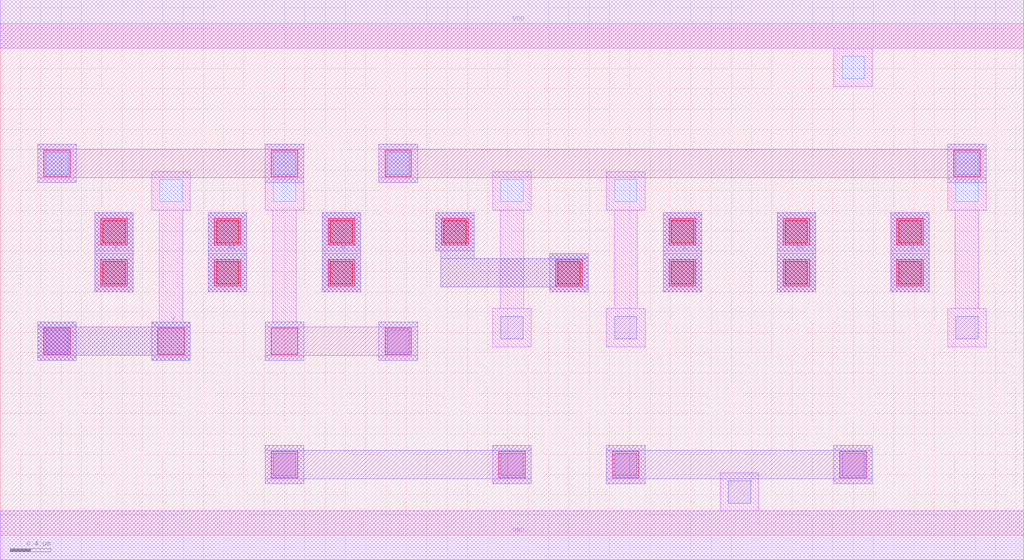
<source format=lef>
MACRO AOAOOAI21112
 CLASS CORE ;
 FOREIGN AOAOOAI21112 0 0 ;
 SIZE 10.08 BY 5.04 ;
 ORIGIN 0 0 ;
 SYMMETRY X Y R90 ;
 SITE unit ;
  PIN VDD
   DIRECTION INOUT ;
   USE POWER ;
   SHAPE ABUTMENT ;
    PORT
     CLASS CORE ;
       LAYER met1 ;
        RECT 0.00000000 4.80000000 10.08000000 5.28000000 ;
    END
  END VDD

  PIN GND
   DIRECTION INOUT ;
   USE POWER ;
   SHAPE ABUTMENT ;
    PORT
     CLASS CORE ;
       LAYER met1 ;
        RECT 0.00000000 -0.24000000 10.08000000 0.24000000 ;
    END
  END GND

  PIN Y
   DIRECTION INOUT ;
   USE SIGNAL ;
   SHAPE ABUTMENT ;
    PORT
     CLASS CORE ;
       LAYER met2 ;
        RECT 0.37000000 1.72200000 0.75000000 1.77200000 ;
        RECT 1.49000000 1.72200000 1.87000000 1.77200000 ;
        RECT 0.37000000 1.77200000 1.87000000 2.05200000 ;
        RECT 0.37000000 2.05200000 0.75000000 2.10200000 ;
        RECT 1.49000000 2.05200000 1.87000000 2.10200000 ;
    END
  END Y

  PIN A1
   DIRECTION INOUT ;
   USE SIGNAL ;
   SHAPE ABUTMENT ;
    PORT
     CLASS CORE ;
       LAYER met2 ;
        RECT 2.05000000 2.39700000 2.43000000 3.18200000 ;
    END
  END A1

  PIN B
   DIRECTION INOUT ;
   USE SIGNAL ;
   SHAPE ABUTMENT ;
    PORT
     CLASS CORE ;
       LAYER met2 ;
        RECT 3.17000000 2.39700000 3.55000000 3.18200000 ;
    END
  END B

  PIN D
   DIRECTION INOUT ;
   USE SIGNAL ;
   SHAPE ABUTMENT ;
    PORT
     CLASS CORE ;
       LAYER met2 ;
        RECT 8.77000000 2.39700000 9.15000000 3.18200000 ;
    END
  END D

  PIN A
   DIRECTION INOUT ;
   USE SIGNAL ;
   SHAPE ABUTMENT ;
    PORT
     CLASS CORE ;
       LAYER met2 ;
        RECT 0.93000000 2.39700000 1.31000000 3.18200000 ;
    END
  END A

  PIN E
   DIRECTION INOUT ;
   USE SIGNAL ;
   SHAPE ABUTMENT ;
    PORT
     CLASS CORE ;
       LAYER met2 ;
        RECT 6.53000000 2.39700000 6.91000000 3.18200000 ;
    END
  END E

  PIN E1
   DIRECTION INOUT ;
   USE SIGNAL ;
   SHAPE ABUTMENT ;
    PORT
     CLASS CORE ;
       LAYER met2 ;
        RECT 7.65000000 2.39700000 8.03000000 3.18200000 ;
    END
  END E1

  PIN C
   DIRECTION INOUT ;
   USE SIGNAL ;
   SHAPE ABUTMENT ;
    PORT
     CLASS CORE ;
       LAYER met2 ;
        RECT 5.41000000 2.39700000 5.79000000 2.44700000 ;
        RECT 4.34000000 2.44700000 5.79000000 2.72700000 ;
        RECT 5.41000000 2.72700000 5.79000000 2.77700000 ;
        RECT 4.34000000 2.72700000 4.67000000 2.80200000 ;
        RECT 4.29000000 2.80200000 4.67000000 3.18200000 ;
    END
  END C

 OBS
    LAYER polycont ;
     RECT 1.01000000 2.47700000 1.23000000 2.69700000 ;
     RECT 2.13000000 2.47700000 2.35000000 2.69700000 ;
     RECT 3.25000000 2.47700000 3.47000000 2.69700000 ;
     RECT 5.49000000 2.47700000 5.71000000 2.69700000 ;
     RECT 6.61000000 2.47700000 6.83000000 2.69700000 ;
     RECT 7.73000000 2.47700000 7.95000000 2.69700000 ;
     RECT 8.85000000 2.47700000 9.07000000 2.69700000 ;
     RECT 1.01000000 2.88200000 1.23000000 3.10200000 ;
     RECT 2.13000000 2.88200000 2.35000000 3.10200000 ;
     RECT 3.25000000 2.88200000 3.47000000 3.10200000 ;
     RECT 4.37000000 2.88200000 4.59000000 3.10200000 ;
     RECT 6.61000000 2.88200000 6.83000000 3.10200000 ;
     RECT 7.73000000 2.88200000 7.95000000 3.10200000 ;
     RECT 8.85000000 2.88200000 9.07000000 3.10200000 ;

    LAYER pdiffc ;
     RECT 1.57000000 3.28700000 1.79000000 3.50700000 ;
     RECT 2.69000000 3.28700000 2.91000000 3.50700000 ;
     RECT 4.93000000 3.28700000 5.15000000 3.50700000 ;
     RECT 6.05000000 3.28700000 6.27000000 3.50700000 ;
     RECT 9.41000000 3.28700000 9.63000000 3.50700000 ;
     RECT 0.45000000 3.55700000 0.67000000 3.77700000 ;
     RECT 2.69000000 3.55700000 2.91000000 3.77700000 ;
     RECT 3.81000000 3.55700000 4.03000000 3.77700000 ;
     RECT 9.41000000 3.55700000 9.63000000 3.77700000 ;
     RECT 8.29000000 4.50200000 8.51000000 4.72200000 ;

    LAYER ndiffc ;
     RECT 7.17000000 0.31700000 7.39000000 0.53700000 ;
     RECT 2.69000000 0.58700000 2.91000000 0.80700000 ;
     RECT 4.93000000 0.58700000 5.15000000 0.80700000 ;
     RECT 6.05000000 0.58700000 6.27000000 0.80700000 ;
     RECT 8.29000000 0.58700000 8.51000000 0.80700000 ;
     RECT 0.45000000 1.80200000 0.67000000 2.02200000 ;
     RECT 3.81000000 1.80200000 4.03000000 2.02200000 ;
     RECT 4.93000000 1.93700000 5.15000000 2.15700000 ;
     RECT 6.05000000 1.93700000 6.27000000 2.15700000 ;
     RECT 9.41000000 1.93700000 9.63000000 2.15700000 ;

    LAYER met1 ;
     RECT 0.00000000 -0.24000000 10.08000000 0.24000000 ;
     RECT 7.09000000 0.24000000 7.47000000 0.61700000 ;
     RECT 2.61000000 0.50700000 2.99000000 0.88700000 ;
     RECT 4.85000000 0.50700000 5.23000000 0.88700000 ;
     RECT 5.97000000 0.50700000 6.35000000 0.88700000 ;
     RECT 8.21000000 0.50700000 8.59000000 0.88700000 ;
     RECT 0.37000000 1.72200000 0.75000000 2.10200000 ;
     RECT 3.73000000 1.72200000 4.11000000 2.10200000 ;
     RECT 0.93000000 2.39700000 1.31000000 2.77700000 ;
     RECT 2.05000000 2.39700000 2.43000000 2.77700000 ;
     RECT 3.17000000 2.39700000 3.55000000 2.77700000 ;
     RECT 5.41000000 2.39700000 5.79000000 2.77700000 ;
     RECT 6.53000000 2.39700000 6.91000000 2.77700000 ;
     RECT 7.65000000 2.39700000 8.03000000 2.77700000 ;
     RECT 8.77000000 2.39700000 9.15000000 2.77700000 ;
     RECT 0.93000000 2.80200000 1.31000000 3.18200000 ;
     RECT 2.05000000 2.80200000 2.43000000 3.18200000 ;
     RECT 3.17000000 2.80200000 3.55000000 3.18200000 ;
     RECT 4.29000000 2.80200000 4.67000000 3.18200000 ;
     RECT 6.53000000 2.80200000 6.91000000 3.18200000 ;
     RECT 7.65000000 2.80200000 8.03000000 3.18200000 ;
     RECT 8.77000000 2.80200000 9.15000000 3.18200000 ;
     RECT 1.49000000 1.72200000 1.87000000 2.10200000 ;
     RECT 1.56500000 2.10200000 1.79500000 3.20700000 ;
     RECT 1.49000000 3.20700000 1.87000000 3.58700000 ;
     RECT 4.85000000 1.85700000 5.23000000 2.23700000 ;
     RECT 4.92500000 2.23700000 5.15500000 3.20700000 ;
     RECT 4.85000000 3.20700000 5.23000000 3.58700000 ;
     RECT 5.97000000 1.85700000 6.35000000 2.23700000 ;
     RECT 6.04500000 2.23700000 6.27500000 3.20700000 ;
     RECT 5.97000000 3.20700000 6.35000000 3.58700000 ;
     RECT 0.37000000 3.47700000 0.75000000 3.85700000 ;
     RECT 2.61000000 1.72200000 2.99000000 2.10200000 ;
     RECT 2.68500000 2.10200000 2.91500000 3.20700000 ;
     RECT 2.61000000 3.20700000 2.99000000 3.85700000 ;
     RECT 3.73000000 3.47700000 4.11000000 3.85700000 ;
     RECT 9.33000000 1.85700000 9.71000000 2.23700000 ;
     RECT 9.40500000 2.23700000 9.63500000 3.20700000 ;
     RECT 9.33000000 3.20700000 9.71000000 3.85700000 ;
     RECT 8.21000000 4.42200000 8.59000000 4.80000000 ;
     RECT 0.00000000 4.80000000 10.08000000 5.28000000 ;

    LAYER via1 ;
     RECT 2.67000000 0.56700000 2.93000000 0.82700000 ;
     RECT 4.91000000 0.56700000 5.17000000 0.82700000 ;
     RECT 6.03000000 0.56700000 6.29000000 0.82700000 ;
     RECT 8.27000000 0.56700000 8.53000000 0.82700000 ;
     RECT 0.43000000 1.78200000 0.69000000 2.04200000 ;
     RECT 1.55000000 1.78200000 1.81000000 2.04200000 ;
     RECT 2.67000000 1.78200000 2.93000000 2.04200000 ;
     RECT 3.79000000 1.78200000 4.05000000 2.04200000 ;
     RECT 0.99000000 2.45700000 1.25000000 2.71700000 ;
     RECT 2.11000000 2.45700000 2.37000000 2.71700000 ;
     RECT 3.23000000 2.45700000 3.49000000 2.71700000 ;
     RECT 5.47000000 2.45700000 5.73000000 2.71700000 ;
     RECT 6.59000000 2.45700000 6.85000000 2.71700000 ;
     RECT 7.71000000 2.45700000 7.97000000 2.71700000 ;
     RECT 8.83000000 2.45700000 9.09000000 2.71700000 ;
     RECT 0.99000000 2.86200000 1.25000000 3.12200000 ;
     RECT 2.11000000 2.86200000 2.37000000 3.12200000 ;
     RECT 3.23000000 2.86200000 3.49000000 3.12200000 ;
     RECT 4.35000000 2.86200000 4.61000000 3.12200000 ;
     RECT 6.59000000 2.86200000 6.85000000 3.12200000 ;
     RECT 7.71000000 2.86200000 7.97000000 3.12200000 ;
     RECT 8.83000000 2.86200000 9.09000000 3.12200000 ;
     RECT 0.43000000 3.53700000 0.69000000 3.79700000 ;
     RECT 2.67000000 3.53700000 2.93000000 3.79700000 ;
     RECT 3.79000000 3.53700000 4.05000000 3.79700000 ;
     RECT 9.39000000 3.53700000 9.65000000 3.79700000 ;

    LAYER met2 ;
     RECT 2.61000000 0.50700000 2.99000000 0.55700000 ;
     RECT 4.85000000 0.50700000 5.23000000 0.55700000 ;
     RECT 2.61000000 0.55700000 5.23000000 0.83700000 ;
     RECT 2.61000000 0.83700000 2.99000000 0.88700000 ;
     RECT 4.85000000 0.83700000 5.23000000 0.88700000 ;
     RECT 5.97000000 0.50700000 6.35000000 0.55700000 ;
     RECT 8.21000000 0.50700000 8.59000000 0.55700000 ;
     RECT 5.97000000 0.55700000 8.59000000 0.83700000 ;
     RECT 5.97000000 0.83700000 6.35000000 0.88700000 ;
     RECT 8.21000000 0.83700000 8.59000000 0.88700000 ;
     RECT 0.37000000 1.72200000 0.75000000 1.77200000 ;
     RECT 1.49000000 1.72200000 1.87000000 1.77200000 ;
     RECT 0.37000000 1.77200000 1.87000000 2.05200000 ;
     RECT 0.37000000 2.05200000 0.75000000 2.10200000 ;
     RECT 1.49000000 2.05200000 1.87000000 2.10200000 ;
     RECT 2.61000000 1.72200000 2.99000000 1.77200000 ;
     RECT 3.73000000 1.72200000 4.11000000 1.77200000 ;
     RECT 2.61000000 1.77200000 4.11000000 2.05200000 ;
     RECT 2.61000000 2.05200000 2.99000000 2.10200000 ;
     RECT 3.73000000 2.05200000 4.11000000 2.10200000 ;
     RECT 0.93000000 2.39700000 1.31000000 3.18200000 ;
     RECT 2.05000000 2.39700000 2.43000000 3.18200000 ;
     RECT 3.17000000 2.39700000 3.55000000 3.18200000 ;
     RECT 5.41000000 2.39700000 5.79000000 2.44700000 ;
     RECT 4.34000000 2.44700000 5.79000000 2.72700000 ;
     RECT 5.41000000 2.72700000 5.79000000 2.77700000 ;
     RECT 4.34000000 2.72700000 4.67000000 2.80200000 ;
     RECT 4.29000000 2.80200000 4.67000000 3.18200000 ;
     RECT 6.53000000 2.39700000 6.91000000 3.18200000 ;
     RECT 7.65000000 2.39700000 8.03000000 3.18200000 ;
     RECT 8.77000000 2.39700000 9.15000000 3.18200000 ;
     RECT 0.37000000 3.47700000 0.75000000 3.52700000 ;
     RECT 2.61000000 3.47700000 2.99000000 3.52700000 ;
     RECT 0.37000000 3.52700000 2.99000000 3.80700000 ;
     RECT 0.37000000 3.80700000 0.75000000 3.85700000 ;
     RECT 2.61000000 3.80700000 2.99000000 3.85700000 ;
     RECT 3.73000000 3.47700000 4.11000000 3.52700000 ;
     RECT 9.33000000 3.47700000 9.71000000 3.52700000 ;
     RECT 3.73000000 3.52700000 9.71000000 3.80700000 ;
     RECT 3.73000000 3.80700000 4.11000000 3.85700000 ;
     RECT 9.33000000 3.80700000 9.71000000 3.85700000 ;

 END
END AOAOOAI21112

</source>
